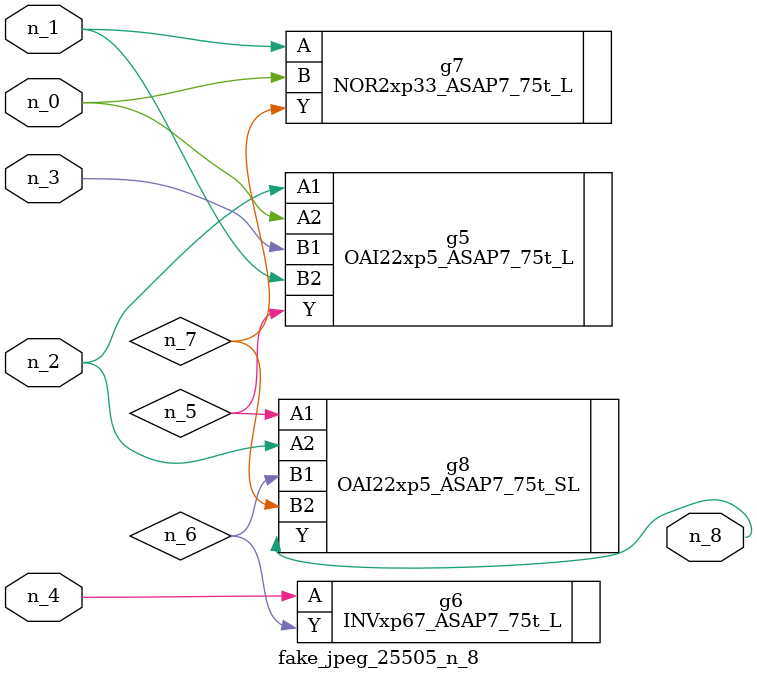
<source format=v>
module fake_jpeg_25505_n_8 (n_3, n_2, n_1, n_0, n_4, n_8);

input n_3;
input n_2;
input n_1;
input n_0;
input n_4;

output n_8;

wire n_6;
wire n_5;
wire n_7;

OAI22xp5_ASAP7_75t_L g5 ( 
.A1(n_2),
.A2(n_0),
.B1(n_3),
.B2(n_1),
.Y(n_5)
);

INVxp67_ASAP7_75t_L g6 ( 
.A(n_4),
.Y(n_6)
);

NOR2xp33_ASAP7_75t_L g7 ( 
.A(n_1),
.B(n_0),
.Y(n_7)
);

OAI22xp5_ASAP7_75t_SL g8 ( 
.A1(n_5),
.A2(n_2),
.B1(n_6),
.B2(n_7),
.Y(n_8)
);


endmodule
</source>
